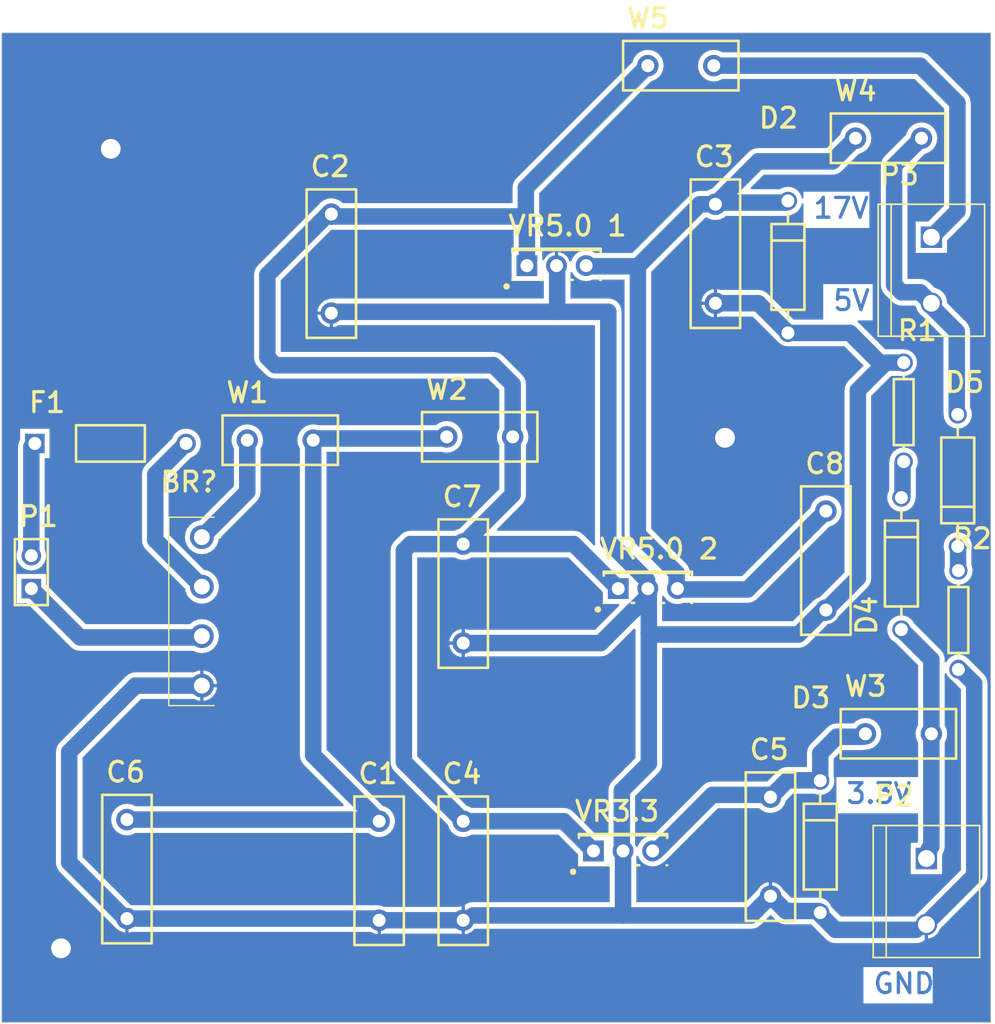
<source format=kicad_pcb>
(kicad_pcb (version 20221018) (generator pcbnew)
  (layers (0 "F.Cu" signal "Top Layer") (31 "B.Cu" signal "Bottom Layer") (34 "B.Paste" user "Bottom Paste") (35 "F.Paste" user "Top Paste") (36 "B.SilkS" user "Bottom Overlay") (37 "F.SilkS" user "Top Overlay") (38 "B.Mask" user "Bottom Solder") (39 "F.Mask" user "Top Solder") (44 "Edge.Cuts" user))
  (net 0 "")
  (net 1 "NetBR?_3")
  (net 2 "NetBR?_2")
  (net 3 "NetBR?_1")
  (net 4 "NetD5_1")
  (net 5 "NetP3_1")
  (net 6 "NetD4_1")
  (net 7 "NetD4_2")
  (net 8 "NetD5_2")
  (net 9 "NetC1_2")
  (net 10 "NetF1_1")
  (net 11 "NetC5_2")
  (net 12 "NetC3_2")
  (net 13 "NetC2_2")
  (net 14 "GND")
  (footprint "KBP206G.IntLib:KBP206G" (layer "F.Cu") (at 125.2767 111.4552 -90)
    (fp_text reference "BR?" (at -9.0678 2.7852 unlocked) (layer "F.SilkS") (effects (font (size 1.524 1.524) (thickness 0.254)) (justify left bottom)))
    (fp_text value "KBP206G" hide)
    (fp_line (start -7.25 2) (end -7.25 -1.5) (stroke (width 0.1)) (layer "F.SilkS"))
    (fp_line (start 7.25 2) (end -7.25 2) (stroke (width 0.1)) (layer "F.SilkS"))
    (fp_line (start 7.25 2) (end 7.25 -1.5) (stroke (width 0.1)) (layer "F.SilkS"))
    (fp_arc (start -5.7 -2) (mid -5.65 -1.95) (end -5.7 -1.9) (stroke (width 0.1)) (layer "F.SilkS"))
    (fp_arc (start -5.7 -1.9) (mid -5.75 -1.95) (end -5.7 -2) (stroke (width 0.1)) (layer "F.SilkS"))
    (pad "1" thru_hole circle (at -5.715 -0.55 270) (size 1.83 1.83) (drill 1.22) (layers "*.Cu" "*.Mask") (net 3 "NetBR?_1"))
    (pad "2" thru_hole circle (at -1.905 -0.55 270) (size 1.83 1.83) (drill 1.22) (layers "*.Cu" "*.Mask") (net 2 "NetBR?_2"))
    (pad "3" thru_hole circle (at 1.905 -0.55 270) (size 1.83 1.83) (drill 1.22) (layers "*.Cu" "*.Mask") (net 1 "NetBR?_3"))
    (pad "4" thru_hole circle (at 5.715 -0.55 270) (size 1.83 1.83) (drill 1.22) (layers "*.Cu" "*.Mask") (net 14 "GND"))
  )
  (footprint "Miscellaneous Connectors.IntLib:HDR1X2" (layer "F.Cu") (at 112.6871 109.70261 90)
    (fp_text reference "P1" (at 4.66089 -1.10489 unlocked) (layer "F.SilkS") (effects (font (size 1.524 1.524) (thickness 0.254)) (justify left bottom)))
    (fp_text value "Header in" hide)
    (fp_line (start -1.26999 -1.27) (end -1.26999 1.27) (stroke (width 0.2)) (layer "F.SilkS"))
    (fp_line (start -1.26999 -1.27) (end 3.81001 -1.27) (stroke (width 0.2)) (layer "F.SilkS"))
    (fp_line (start -1.26999 1.27) (end 3.81001 1.27) (stroke (width 0.2)) (layer "F.SilkS"))
    (fp_line (start 3.81001 -1.27) (end 3.81001 1.27) (stroke (width 0.2)) (layer "F.SilkS"))
    (pad "1" thru_hole rect (at 0.00001 0 90) (size 1.5 1.5) (drill 1) (layers "*.Cu" "*.Mask") (net 1 "NetBR?_3"))
    (pad "2" thru_hole circle (at 2.54001 0 90) (size 1.5 1.5) (drill 1) (layers "*.Cu" "*.Mask") (net 10 "NetF1_1"))
  )
  (footprint "Miscellaneous Devices.IntLib:RAD-0.3" (layer "F.Cu") (at 173.9011 107.5436 90)
    (fp_text reference "C8" (at 6.5659 -1.73989 unlocked) (layer "F.SilkS") (effects (font (size 1.524 1.524) (thickness 0.254)) (justify left bottom)))
    (fp_text value "Cap" hide)
    (fp_line (start -5.715 -1.905) (end -5.715 1.905) (stroke (width 0.2)) (layer "F.SilkS"))
    (fp_line (start -5.715 -1.905) (end 5.715 -1.905) (stroke (width 0.2)) (layer "F.SilkS"))
    (fp_line (start -5.715 1.905) (end 5.715 1.905) (stroke (width 0.2)) (layer "F.SilkS"))
    (fp_line (start 5.715 -1.905) (end 5.715 1.905) (stroke (width 0.2)) (layer "F.SilkS"))
    (pad "1" thru_hole circle (at -3.81 0 90) (size 1.65 1.65) (drill 1) (layers "*.Cu" "*.Mask") (net 14 "GND"))
    (pad "2" thru_hole circle (at 3.81 0 90) (size 1.65 1.65) (drill 1) (layers "*.Cu" "*.Mask") (net 12 "NetC3_2"))
  )
  (footprint "Miscellaneous Devices.IntLib:AXIAL-0.3" (layer "F.Cu") (at 184.1119 112.11885 90)
    (fp_text reference "R2" (at 5.3721 -0.5969 unlocked) (layer "F.SilkS") (effects (font (size 1.524 1.524) (thickness 0.254)) (justify left bottom)))
    (fp_text value "Res1" hide)
    (fp_line (start -2.7686 0) (end -2.54 0) (stroke (width 0.2)) (layer "F.SilkS"))
    (fp_line (start -2.54 -0.762) (end -2.54 0.762) (stroke (width 0.2)) (layer "F.SilkS"))
    (fp_line (start -2.54 -0.762) (end 2.54 -0.762) (stroke (width 0.2)) (layer "F.SilkS"))
    (fp_line (start -2.54 0.762) (end 2.54 0.762) (stroke (width 0.2)) (layer "F.SilkS"))
    (fp_line (start 2.54 -0.762) (end 2.54 0) (stroke (width 0.2)) (layer "F.SilkS"))
    (fp_line (start 2.54 0) (end 2.54 0.762) (stroke (width 0.2)) (layer "F.SilkS"))
    (fp_line (start 2.54 0) (end 2.7686 0) (stroke (width 0.2)) (layer "F.SilkS"))
    (pad "1" thru_hole circle (at -3.81 0 90) (size 1.4 1.4) (drill 1) (layers "*.Cu" "*.Mask") (net 14 "GND"))
    (pad "2" thru_hole circle (at 3.81 0 90) (size 1.4 1.4) (drill 1) (layers "*.Cu" "*.Mask") (net 8 "NetD5_2"))
  )
  (footprint "Miscellaneous Devices.IntLib:RAD-0.3" (layer "F.Cu") (at 165.3921 83.9216 90)
    (fp_text reference "C3" (at 6.5786 -1.7526 unlocked) (layer "F.SilkS") (effects (font (size 1.524 1.524) (thickness 0.254)) (justify left bottom)))
    (fp_text value "Cap" hide)
    (fp_line (start -5.715 -1.905) (end -5.715 1.905) (stroke (width 0.2)) (layer "F.SilkS"))
    (fp_line (start -5.715 -1.905) (end 5.715 -1.905) (stroke (width 0.2)) (layer "F.SilkS"))
    (fp_line (start -5.715 1.905) (end 5.715 1.905) (stroke (width 0.2)) (layer "F.SilkS"))
    (fp_line (start 5.715 -1.905) (end 5.715 1.905) (stroke (width 0.2)) (layer "F.SilkS"))
    (pad "1" thru_hole circle (at -3.81 0 90) (size 1.65 1.65) (drill 1) (layers "*.Cu" "*.Mask") (net 14 "GND"))
    (pad "2" thru_hole circle (at 3.81 0 90) (size 1.65 1.65) (drill 1) (layers "*.Cu" "*.Mask") (net 12 "NetC3_2"))
  )
  (footprint "Miscellaneous Devices.IntLib:RAD-0.2" (layer "F.Cu") (at 147.2311 98.0186)
    (fp_text reference "W2" (at -4.2926 -2.7686 unlocked) (layer "F.SilkS") (effects (font (size 1.524 1.524) (thickness 0.254)) (justify left bottom)))
    (fp_text value "Jumper" hide)
    (fp_line (start -4.445 -1.905) (end 4.445 -1.905) (stroke (width 0.2)) (layer "F.SilkS"))
    (fp_line (start -4.445 1.905) (end -4.445 -1.905) (stroke (width 0.2)) (layer "F.SilkS"))
    (fp_line (start -4.445 1.905) (end 4.445 1.905) (stroke (width 0.2)) (layer "F.SilkS"))
    (fp_line (start 4.445 1.905) (end 4.445 -1.905) (stroke (width 0.2)) (layer "F.SilkS"))
    (pad "1" thru_hole circle (at -2.54 0) (size 1.65 1.65) (drill 1) (layers "*.Cu" "*.Mask") (net 9 "NetC1_2"))
    (pad "2" thru_hole circle (at 2.54 0) (size 1.65 1.65) (drill 1) (layers "*.Cu" "*.Mask") (net 13 "NetC2_2"))
  )
  (footprint "Miscellaneous Devices.IntLib:RAD-0.2" (layer "F.Cu") (at 131.8641 98.2726)
    (fp_text reference "W1" (at -4.2926 -2.7686 unlocked) (layer "F.SilkS") (effects (font (size 1.524 1.524) (thickness 0.254)) (justify left bottom)))
    (fp_text value "Jumper" hide)
    (fp_line (start -4.445 -1.905) (end 4.445 -1.905) (stroke (width 0.2)) (layer "F.SilkS"))
    (fp_line (start -4.445 1.905) (end -4.445 -1.905) (stroke (width 0.2)) (layer "F.SilkS"))
    (fp_line (start -4.445 1.905) (end 4.445 1.905) (stroke (width 0.2)) (layer "F.SilkS"))
    (fp_line (start 4.445 1.905) (end 4.445 -1.905) (stroke (width 0.2)) (layer "F.SilkS"))
    (pad "1" thru_hole circle (at -2.54 0) (size 1.65 1.65) (drill 1) (layers "*.Cu" "*.Mask") (net 3 "NetBR?_1"))
    (pad "2" thru_hole circle (at 2.54 0) (size 1.65 1.65) (drill 1) (layers "*.Cu" "*.Mask") (net 9 "NetC1_2"))
  )
  (footprint "Miscellaneous Devices.IntLib:RAD-0.3" (layer "F.Cu") (at 135.8011 84.6836 90)
    (fp_text reference "C2" (at 6.5786 -1.7526 unlocked) (layer "F.SilkS") (effects (font (size 1.524 1.524) (thickness 0.254)) (justify left bottom)))
    (fp_text value "Cap" hide)
    (fp_line (start -5.715 -1.905) (end -5.715 1.905) (stroke (width 0.2)) (layer "F.SilkS"))
    (fp_line (start -5.715 -1.905) (end 5.715 -1.905) (stroke (width 0.2)) (layer "F.SilkS"))
    (fp_line (start -5.715 1.905) (end 5.715 1.905) (stroke (width 0.2)) (layer "F.SilkS"))
    (fp_line (start 5.715 -1.905) (end 5.715 1.905) (stroke (width 0.2)) (layer "F.SilkS"))
    (pad "1" thru_hole circle (at -3.81 0 90) (size 1.65 1.65) (drill 1) (layers "*.Cu" "*.Mask") (net 14 "GND"))
    (pad "2" thru_hole circle (at 3.81 0 90) (size 1.65 1.65) (drill 1) (layers "*.Cu" "*.Mask") (net 13 "NetC2_2"))
  )
  (footprint "Miscellaneous Devices.IntLib:RAD-0.3" (layer "F.Cu") (at 169.6339 129.5654 90)
    (fp_text reference "C5" (at 6.5786 -1.7526 unlocked) (layer "F.SilkS") (effects (font (size 1.524 1.524) (thickness 0.254)) (justify left bottom)))
    (fp_text value "Cap" hide)
    (fp_line (start -5.715 -1.905) (end -5.715 1.905) (stroke (width 0.2)) (layer "F.SilkS"))
    (fp_line (start -5.715 -1.905) (end 5.715 -1.905) (stroke (width 0.2)) (layer "F.SilkS"))
    (fp_line (start -5.715 1.905) (end 5.715 1.905) (stroke (width 0.2)) (layer "F.SilkS"))
    (fp_line (start 5.715 -1.905) (end 5.715 1.905) (stroke (width 0.2)) (layer "F.SilkS"))
    (pad "1" thru_hole circle (at -3.81 0 90) (size 1.65 1.65) (drill 1) (layers "*.Cu" "*.Mask") (net 14 "GND"))
    (pad "2" thru_hole circle (at 3.81 0 90) (size 1.65 1.65) (drill 1) (layers "*.Cu" "*.Mask") (net 11 "NetC5_2"))
  )
  (footprint "282837-2.IntLib:TE_282837-2" (layer "F.Cu") (at 181.6481 133.0198 -90)
    (fp_text reference "P2" (at -6.4516 4.1148 unlocked) (layer "F.SilkS") (effects (font (size 1.524 1.524) (thickness 0.254)) (justify left bottom)))
    (fp_text value "Header out" hide)
    (fp_line (start -5.08 3.10002) (end -5.08 -4.10002) (stroke (width 0.127)) (layer "F.SilkS"))
    (fp_line (start -5.08 4.10002) (end -5.08 3.10002) (stroke (width 0.127)) (layer "F.SilkS"))
    (fp_line (start 5.08 -4.10002) (end -5.08 -4.10002) (stroke (width 0.127)) (layer "F.SilkS"))
    (fp_line (start 5.08 3.10002) (end -5.08 3.10002) (stroke (width 0.127)) (layer "F.SilkS"))
    (fp_line (start 5.08 3.10002) (end 5.08 -4.10002) (stroke (width 0.127)) (layer "F.SilkS"))
    (fp_line (start 5.08 4.10002) (end -5.08 4.10002) (stroke (width 0.127)) (layer "F.SilkS"))
    (fp_line (start 5.08 4.10002) (end 5.08 3.10002) (stroke (width 0.127)) (layer "F.SilkS"))
    (pad "1" thru_hole rect (at -2.54 0 270) (size 1.65 1.65) (drill 1.2954) (layers "*.Cu" "*.Mask") (net 6 "NetD4_1"))
    (pad "2" thru_hole circle (at 2.54 0 270) (size 1.65 1.65) (drill 1.2954) (layers "*.Cu" "*.Mask") (net 14 "GND"))
  )
  (footprint "" (layer "F.Cu") (at 166.1287 98.0948)
    (fp_text reference "" (at 0 0) (layer "F.SilkS") (effects (font (size 1.27 1.27))))
    (fp_text value "" (at 0 0) (layer "F.SilkS") (effects (font (size 1.27 1.27))))
    (pad "4" thru_hole circle (at 0 0) (size 1.524 1.524) (drill 4.49999) (layers "*.Cu" "*.Mask") (net 14 "GND"))
  )
  (footprint "Miscellaneous Devices.IntLib:DIODE-0.4" (layer "F.Cu") (at 173.4693 129.5654 90)
    (fp_text reference "D3" (at 10.5664 -2.3876 unlocked) (layer "F.SilkS") (effects (font (size 1.524 1.524) (thickness 0.254)) (justify left bottom)))
    (fp_text value "D Zener" hide)
    (fp_line (start -4.064 0) (end -3.302 0) (stroke (width 0.2)) (layer "F.SilkS"))
    (fp_line (start -3.302 -1.27) (end -3.302 1.27) (stroke (width 0.2)) (layer "F.SilkS"))
    (fp_line (start -3.302 -1.27) (end 3.302 -1.27) (stroke (width 0.2)) (layer "F.SilkS"))
    (fp_line (start -3.302 1.27) (end 3.302 1.27) (stroke (width 0.2)) (layer "F.SilkS"))
    (fp_line (start 2.032 -1.27) (end 2.032 1.27) (stroke (width 0.2)) (layer "F.SilkS"))
    (fp_line (start 3.302 -1.27) (end 3.302 1.27) (stroke (width 0.2)) (layer "F.SilkS"))
    (fp_line (start 3.302 0) (end 4.064 0) (stroke (width 0.2)) (layer "F.SilkS"))
    (pad "1" thru_hole circle (at -5.08 0 90) (size 1.4 1.4) (drill 1) (layers "*.Cu" "*.Mask") (net 14 "GND"))
    (pad "2" thru_hole circle (at 5.08 0 90) (size 1.4 1.4) (drill 1) (layers "*.Cu" "*.Mask") (net 11 "NetC5_2"))
  )
  (footprint "Miscellaneous Devices.IntLib:RAD-0.2" (layer "F.Cu") (at 178.7271 75.0316)
    (fp_text reference "W4" (at -4.2926 -2.7686 unlocked) (layer "F.SilkS") (effects (font (size 1.524 1.524) (thickness 0.254)) (justify left bottom)))
    (fp_text value "Jumper" hide)
    (fp_line (start -4.445 -1.905) (end 4.445 -1.905) (stroke (width 0.2)) (layer "F.SilkS"))
    (fp_line (start -4.445 1.905) (end -4.445 -1.905) (stroke (width 0.2)) (layer "F.SilkS"))
    (fp_line (start -4.445 1.905) (end 4.445 1.905) (stroke (width 0.2)) (layer "F.SilkS"))
    (fp_line (start 4.445 1.905) (end 4.445 -1.905) (stroke (width 0.2)) (layer "F.SilkS"))
    (pad "1" thru_hole circle (at -2.54 0) (size 1.65 1.65) (drill 1) (layers "*.Cu" "*.Mask") (net 12 "NetC3_2"))
    (pad "2" thru_hole circle (at 2.54 0) (size 1.65 1.65) (drill 1) (layers "*.Cu" "*.Mask") (net 4 "NetD5_1"))
  )
  (footprint "Miscellaneous Devices.IntLib:RAD-0.3" (layer "F.Cu") (at 139.4841 131.4196 90)
    (fp_text reference "C1" (at 6.57858 -1.75259 unlocked) (layer "F.SilkS") (effects (font (size 1.524 1.524) (thickness 0.254)) (justify left bottom)))
    (fp_text value "Cap" hide)
    (fp_line (start -5.71498 -1.905) (end -5.71498 1.905) (stroke (width 0.2)) (layer "F.SilkS"))
    (fp_line (start -5.71498 -1.905) (end 5.71502 -1.905) (stroke (width 0.2)) (layer "F.SilkS"))
    (fp_line (start -5.71498 1.905) (end 5.71502 1.905) (stroke (width 0.2)) (layer "F.SilkS"))
    (fp_line (start 5.71502 -1.905) (end 5.71502 1.905) (stroke (width 0.2)) (layer "F.SilkS"))
    (pad "1" thru_hole circle (at -3.80998 0 90) (size 1.65 1.65) (drill 1) (layers "*.Cu" "*.Mask") (net 14 "GND"))
    (pad "2" thru_hole circle (at 3.81002 0 90) (size 1.65 1.65) (drill 1) (layers "*.Cu" "*.Mask") (net 9 "NetC1_2"))
  )
  (footprint "Miscellaneous Devices.IntLib:AXIAL-0.3" (layer "F.Cu") (at 179.8955 96.1136 -90)
    (fp_text reference "R1" (at -5.3848 0.6096 unlocked) (layer "F.SilkS") (effects (font (size 1.524 1.524) (thickness 0.254)) (justify left bottom)))
    (fp_text value "Res1" hide)
    (fp_line (start -2.54 0) (end -2.7686 0) (stroke (width 0.2)) (layer "F.SilkS"))
    (fp_line (start -2.54 0.762) (end -2.54 -0.762) (stroke (width 0.2)) (layer "F.SilkS"))
    (fp_line (start 2.54 -0.762) (end -2.54 -0.762) (stroke (width 0.2)) (layer "F.SilkS"))
    (fp_line (start 2.54 0) (end 2.54 -0.762) (stroke (width 0.2)) (layer "F.SilkS"))
    (fp_line (start 2.54 0.762) (end -2.54 0.762) (stroke (width 0.2)) (layer "F.SilkS"))
    (fp_line (start 2.54 0.762) (end 2.54 0) (stroke (width 0.2)) (layer "F.SilkS"))
    (fp_line (start 2.7686 0) (end 2.54 0) (stroke (width 0.2)) (layer "F.SilkS"))
    (pad "1" thru_hole circle (at -3.81 0 270) (size 1.4 1.4) (drill 1) (layers "*.Cu" "*.Mask") (net 14 "GND"))
    (pad "2" thru_hole circle (at 3.81 0 270) (size 1.4 1.4) (drill 1) (layers "*.Cu" "*.Mask") (net 7 "NetD4_2"))
  )
  (footprint "" (layer "F.Cu") (at 118.8085 75.8444)
    (fp_text reference "" (at 0 0) (layer "F.SilkS") (effects (font (size 1.27 1.27))))
    (fp_text value "" (at 0 0) (layer "F.SilkS") (effects (font (size 1.27 1.27))))
    (pad "2" thru_hole circle (at 0 0) (size 1.524 1.524) (drill 4.49999) (layers "*.Cu" "*.Mask") (net 14 "GND"))
  )
  (footprint "Miscellaneous Devices.IntLib:RAD-0.3" (layer "F.Cu") (at 145.9611 131.4196 90)
    (fp_text reference "C4" (at 6.5786 -1.75259 unlocked) (layer "F.SilkS") (effects (font (size 1.524 1.524) (thickness 0.254)) (justify left bottom)))
    (fp_text value "Cap" hide)
    (fp_line (start -5.71501 -1.905) (end -5.71501 1.905) (stroke (width 0.2)) (layer "F.SilkS"))
    (fp_line (start -5.71501 -1.905) (end 5.71499 -1.905) (stroke (width 0.2)) (layer "F.SilkS"))
    (fp_line (start -5.71501 1.905) (end 5.71499 1.905) (stroke (width 0.2)) (layer "F.SilkS"))
    (fp_line (start 5.71499 -1.905) (end 5.71499 1.905) (stroke (width 0.2)) (layer "F.SilkS"))
    (pad "1" thru_hole circle (at -3.81001 0 90) (size 1.65 1.65) (drill 1) (layers "*.Cu" "*.Mask") (net 14 "GND"))
    (pad "2" thru_hole circle (at 3.80999 0 90) (size 1.65 1.65) (drill 1) (layers "*.Cu" "*.Mask") (net 13 "NetC2_2"))
  )
  (footprint "Miscellaneous Devices.IntLib:RAD-0.2" (layer "F.Cu") (at 179.4891 120.8786)
    (fp_text reference "W3" (at -4.2926 -2.7686 unlocked) (layer "F.SilkS") (effects (font (size 1.524 1.524) (thickness 0.254)) (justify left bottom)))
    (fp_text value "Jumper" hide)
    (fp_line (start -4.445 -1.905) (end 4.445 -1.905) (stroke (width 0.2)) (layer "F.SilkS"))
    (fp_line (start -4.445 1.905) (end -4.445 -1.905) (stroke (width 0.2)) (layer "F.SilkS"))
    (fp_line (start -4.445 1.905) (end 4.445 1.905) (stroke (width 0.2)) (layer "F.SilkS"))
    (fp_line (start 4.445 1.905) (end 4.445 -1.905) (stroke (width 0.2)) (layer "F.SilkS"))
    (pad "1" thru_hole circle (at -2.54 0) (size 1.65 1.65) (drill 1) (layers "*.Cu" "*.Mask") (net 11 "NetC5_2"))
    (pad "2" thru_hole circle (at 2.54 0) (size 1.65 1.65) (drill 1) (layers "*.Cu" "*.Mask") (net 6 "NetD4_1"))
  )
  (footprint "Miscellaneous Devices.IntLib:369-03" (layer "F.Cu") (at 153.14931 84.83599)
    (fp_text reference "VR5.0 1" (at -3.85479 -2.159 unlocked) (layer "F.SilkS") (effects (font (size 1.524 1.524) (thickness 0.254)) (justify left bottom)))
    (fp_text value "Volt Reg" hide)
    (fp_line (start -3.39998 -1.30002) (end 3.40001 -1.30002) (stroke (width 0.2)) (layer "F.SilkS"))
    (fp_line (start -3.39998 -1.21) (end 3.40001 -1.21) (stroke (width 0.2)) (layer "F.SilkS"))
    (fp_line (start -3.39998 -1) (end -3.39998 -1.30002) (stroke (width 0.2)) (layer "F.SilkS"))
    (fp_line (start -3.39998 1.10003) (end -3.34999 1.10003) (stroke (width 0.2)) (layer "F.SilkS"))
    (fp_line (start -1.25002 1.10003) (end -1.05002 1.10003) (stroke (width 0.2)) (layer "F.SilkS"))
    (fp_line (start 1.05 1.10003) (end 1.25 1.10003) (stroke (width 0.2)) (layer "F.SilkS"))
    (fp_line (start 3.35002 1.10003) (end 3.40001 1.10003) (stroke (width 0.2)) (layer "F.SilkS"))
    (fp_line (start 3.40001 -1) (end 3.40001 -1.30002) (stroke (width 0.2)) (layer "F.SilkS"))
    (fp_circle (center -3.85 1.6) (end -3.85 1.475) (stroke (width 0.25)) (fill none) (layer "F.SilkS"))
    (pad "1" thru_hole rect (at -2.27999 0) (size 1.6 1.6) (drill 1) (layers "*.Cu" "*.Mask") (net 13 "NetC2_2"))
    (pad "2" thru_hole circle (at 0.00001 0) (size 1.6 1.6) (drill 1) (layers "*.Cu" "*.Mask") (net 14 "GND"))
    (pad "3" thru_hole circle (at 2.28002 0) (size 1.6 1.6) (drill 1) (layers "*.Cu" "*.Mask") (net 12 "NetC3_2"))
  )
  (footprint "Miscellaneous Devices.IntLib:DIODE-0.4" (layer "F.Cu") (at 170.9801 84.9376 90)
    (fp_text reference "D2" (at 10.5664 -2.3876 unlocked) (layer "F.SilkS") (effects (font (size 1.524 1.524) (thickness 0.254)) (justify left bottom)))
    (fp_text value "D Zener" hide)
    (fp_line (start -4.064 0) (end -3.302 0) (stroke (width 0.2)) (layer "F.SilkS"))
    (fp_line (start -3.302 -1.27) (end -3.302 1.27) (stroke (width 0.2)) (layer "F.SilkS"))
    (fp_line (start -3.302 -1.27) (end 3.302 -1.27) (stroke (width 0.2)) (layer "F.SilkS"))
    (fp_line (start -3.302 1.27) (end 3.302 1.27) (stroke (width 0.2)) (layer "F.SilkS"))
    (fp_line (start 2.032 -1.27) (end 2.032 1.27) (stroke (width 0.2)) (layer "F.SilkS"))
    (fp_line (start 3.302 -1.27) (end 3.302 1.27) (stroke (width 0.2)) (layer "F.SilkS"))
    (fp_line (start 3.302 0) (end 4.064 0) (stroke (width 0.2)) (layer "F.SilkS"))
    (pad "1" thru_hole circle (at -5.08 0 90) (size 1.4 1.4) (drill 1) (layers "*.Cu" "*.Mask") (net 14 "GND"))
    (pad "2" thru_hole circle (at 5.08 0 90) (size 1.4 1.4) (drill 1) (layers "*.Cu" "*.Mask") (net 12 "NetC3_2"))
  )
  (footprint "Miscellaneous Devices.IntLib:DIODE-0.4" (layer "F.Cu") (at 184.0611 101.3714 -90)
    (fp_text reference "D5" (at -6.6548 1.1176 unlocked) (layer "F.SilkS") (effects (font (size 1.524 1.524) (thickness 0.254)) (justify left bottom)))
    (fp_text value "Diode" hide)
    (fp_line (start -3.302 0) (end -4.064 0) (stroke (width 0.2)) (layer "F.SilkS"))
    (fp_line (start -3.302 1.27) (end -3.302 -1.27) (stroke (width 0.2)) (layer "F.SilkS"))
    (fp_line (start 2.032 1.27) (end 2.032 -1.27) (stroke (width 0.2)) (layer "F.SilkS"))
    (fp_line (start 3.302 -1.27) (end -3.302 -1.27) (stroke (width 0.2)) (layer "F.SilkS"))
    (fp_line (start 3.302 1.27) (end -3.302 1.27) (stroke (width 0.2)) (layer "F.SilkS"))
    (fp_line (start 3.302 1.27) (end 3.302 -1.27) (stroke (width 0.2)) (layer "F.SilkS"))
    (fp_line (start 4.064 0) (end 3.302 0) (stroke (width 0.2)) (layer "F.SilkS"))
    (pad "1" thru_hole circle (at -5.08 0 270) (size 1.4 1.4) (drill 1) (layers "*.Cu" "*.Mask") (net 4 "NetD5_1"))
    (pad "2" thru_hole circle (at 5.08 0 270) (size 1.4 1.4) (drill 1) (layers "*.Cu" "*.Mask") (net 8 "NetD5_2"))
  )
  (footprint "" (layer "F.Cu") (at 114.9731 137.3886)
    (fp_text reference "" (at 0 0) (layer "F.SilkS") (effects (font (size 1.27 1.27))))
    (fp_text value "" (at 0 0) (layer "F.SilkS") (effects (font (size 1.27 1.27))))
    (pad "3" thru_hole circle (at 0 0) (size 1.524 1.524) (drill 4.49999) (layers "*.Cu" "*.Mask") (net 14 "GND"))
  )
  (footprint "Miscellaneous Devices.IntLib:PIN-W2/E2.8" (layer "F.Cu") (at 118.7831 98.5266)
    (fp_text reference "F1" (at -6.4262 -2.2606 unlocked) (layer "F.SilkS") (effects (font (size 1.524 1.524) (thickness 0.254)) (justify left bottom)))
    (fp_text value "Fuse 1" hide)
    (fp_line (start -2.64998 -1.4) (end 2.64998 -1.4) (stroke (width 0.2)) (layer "F.SilkS"))
    (fp_line (start -2.64998 1.4) (end -2.64998 -1.4) (stroke (width 0.2)) (layer "F.SilkS"))
    (fp_line (start -2.64998 1.4) (end 2.64998 1.4) (stroke (width 0.2)) (layer "F.SilkS"))
    (fp_line (start 2.64998 1.4) (end 2.64998 -1.4) (stroke (width 0.2)) (layer "F.SilkS"))
    (pad "1" thru_hole rect (at -5.82498 0) (size 1.5 1.5) (drill 1) (layers "*.Cu" "*.Mask") (net 10 "NetF1_1"))
    (pad "2" thru_hole circle (at 5.82498 0) (size 1.5 1.5) (drill 1) (layers "*.Cu" "*.Mask") (net 2 "NetBR?_2"))
  )
  (footprint "Miscellaneous Devices.IntLib:RAD-0.3" (layer "F.Cu") (at 145.9611 110.0836 90)
    (fp_text reference "C7" (at 6.5659 -1.7399 unlocked) (layer "F.SilkS") (effects (font (size 1.524 1.524) (thickness 0.254)) (justify left bottom)))
    (fp_text value "Cap" hide)
    (fp_line (start -5.715 -1.905) (end -5.715 1.905) (stroke (width 0.2)) (layer "F.SilkS"))
    (fp_line (start -5.715 -1.905) (end 5.715 -1.905) (stroke (width 0.2)) (layer "F.SilkS"))
    (fp_line (start -5.715 1.905) (end 5.715 1.905) (stroke (width 0.2)) (layer "F.SilkS"))
    (fp_line (start 5.715 -1.905) (end 5.715 1.905) (stroke (width 0.2)) (layer "F.SilkS"))
    (pad "1" thru_hole circle (at -3.81 0 90) (size 1.65 1.65) (drill 1) (layers "*.Cu" "*.Mask") (net 14 "GND"))
    (pad "2" thru_hole circle (at 3.81 0 90) (size 1.65 1.65) (drill 1) (layers "*.Cu" "*.Mask") (net 13 "NetC2_2"))
  )
  (footprint "Miscellaneous Devices.IntLib:DIODE-0.4" (layer "F.Cu") (at 179.7177 107.7722 90)
    (fp_text reference "D4" (at -5.63839 -1.77825 90 unlocked) (layer "F.SilkS") (effects (font (size 1.524 1.524) (thickness 0.254)) (justify left bottom)))
    (fp_text value "Diode" hide)
    (fp_line (start -4.064 0) (end -3.302 0) (stroke (width 0.2)) (layer "F.SilkS"))
    (fp_line (start -3.302 -1.27) (end -3.302 1.27) (stroke (width 0.2)) (layer "F.SilkS"))
    (fp_line (start -3.302 -1.27) (end 3.302 -1.27) (stroke (width 0.2)) (layer "F.SilkS"))
    (fp_line (start -3.302 1.27) (end 3.302 1.27) (stroke (width 0.2)) (layer "F.SilkS"))
    (fp_line (start 2.032 -1.27) (end 2.032 1.27) (stroke (width 0.2)) (layer "F.SilkS"))
    (fp_line (start 3.302 -1.27) (end 3.302 1.27) (stroke (width 0.2)) (layer "F.SilkS"))
    (fp_line (start 3.302 0) (end 4.064 0) (stroke (width 0.2)) (layer "F.SilkS"))
    (pad "1" thru_hole circle (at -5.08 0 90) (size 1.4 1.4) (drill 1) (layers "*.Cu" "*.Mask") (net 6 "NetD4_1"))
    (pad "2" thru_hole circle (at 5.08 0 90) (size 1.4 1.4) (drill 1) (layers "*.Cu" "*.Mask") (net 7 "NetD4_2"))
  )
  (footprint "Miscellaneous Devices.IntLib:RAD-0.2" (layer "F.Cu") (at 162.7251 69.4436)
    (fp_text reference "W5" (at -4.2926 -2.7686 unlocked) (layer "F.SilkS") (effects (font (size 1.524 1.524) (thickness 0.254)) (justify left bottom)))
    (fp_text value "Jumper" hide)
    (fp_line (start -4.445 -1.905) (end 4.445 -1.905) (stroke (width 0.2)) (layer "F.SilkS"))
    (fp_line (start -4.445 1.905) (end -4.445 -1.905) (stroke (width 0.2)) (layer "F.SilkS"))
    (fp_line (start -4.445 1.905) (end 4.445 1.905) (stroke (width 0.2)) (layer "F.SilkS"))
    (fp_line (start 4.445 1.905) (end 4.445 -1.905) (stroke (width 0.2)) (layer "F.SilkS"))
    (pad "1" thru_hole circle (at -2.54 0) (size 1.65 1.65) (drill 1) (layers "*.Cu" "*.Mask") (net 13 "NetC2_2"))
    (pad "2" thru_hole circle (at 2.54 0) (size 1.65 1.65) (drill 1) (layers "*.Cu" "*.Mask") (net 5 "NetP3_1"))
  )
  (footprint "282837-2.IntLib:TE_282837-2" (layer "F.Cu") (at 182.0291 85.1916 -90)
    (fp_text reference "P3" (at -6.4516 4.1148 unlocked) (layer "F.SilkS") (effects (font (size 1.524 1.524) (thickness 0.254)) (justify left bottom)))
    (fp_text value "282837-2" hide)
    (fp_line (start -5.08 3.10002) (end -5.08 -4.10002) (stroke (width 0.127)) (layer "F.SilkS"))
    (fp_line (start -5.08 4.10002) (end -5.08 3.10002) (stroke (width 0.127)) (layer "F.SilkS"))
    (fp_line (start 5.08 -4.10002) (end -5.08 -4.10002) (stroke (width 0.127)) (layer "F.SilkS"))
    (fp_line (start 5.08 3.10002) (end -5.08 3.10002) (stroke (width 0.127)) (layer "F.SilkS"))
    (fp_line (start 5.08 3.10002) (end 5.08 -4.10002) (stroke (width 0.127)) (layer "F.SilkS"))
    (fp_line (start 5.08 4.10002) (end -5.08 4.10002) (stroke (width 0.127)) (layer "F.SilkS"))
    (fp_line (start 5.08 4.10002) (end 5.08 3.10002) (stroke (width 0.127)) (layer "F.SilkS"))
    (pad "1" thru_hole rect (at -2.54 0 270) (size 1.65 1.65) (drill 1.2954) (layers "*.Cu" "*.Mask") (net 5 "NetP3_1"))
    (pad "2" thru_hole circle (at 2.54 0 270) (size 1.65 1.65) (drill 1.2954) (layers "*.Cu" "*.Mask") (net 4 "NetD5_1"))
  )
  (footprint "Miscellaneous Devices.IntLib:369-03" (layer "F.Cu") (at 160.1851 109.7026)
    (fp_text reference "VR5.0 2" (at -3.8354 -2.159 unlocked) (layer "F.SilkS") (effects (font (size 1.524 1.524) (thickness 0.254)) (justify left bottom)))
    (fp_text value "Volt Reg" hide)
    (fp_line (start -3.4 -1.3) (end 3.4 -1.3) (stroke (width 0.2)) (layer "F.SilkS"))
    (fp_line (start -3.4 -1.21) (end 3.4 -1.21) (stroke (width 0.2)) (layer "F.SilkS"))
    (fp_line (start -3.4 -1) (end -3.4 -1.3) (stroke (width 0.2)) (layer "F.SilkS"))
    (fp_line (start -3.4 1.1) (end -3.35 1.1) (stroke (width 0.2)) (layer "F.SilkS"))
    (fp_line (start -1.25 1.1) (end -1.05 1.1) (stroke (width 0.2)) (layer "F.SilkS"))
    (fp_line (start 1.05 1.1) (end 1.25 1.1) (stroke (width 0.2)) (layer "F.SilkS"))
    (fp_line (start 3.35 1.1) (end 3.4 1.1) (stroke (width 0.2)) (layer "F.SilkS"))
    (fp_line (start 3.4 -1) (end 3.4 -1.3) (stroke (width 0.2)) (layer "F.SilkS"))
    (fp_circle (center -3.85 1.6) (end -3.85 1.475) (stroke (width 0.25)) (fill none) (layer "F.SilkS"))
    (pad "1" thru_hole rect (at -2.28 0) (size 1.6 1.6) (drill 1) (layers "*.Cu" "*.Mask") (net 13 "NetC2_2"))
    (pad "2" thru_hole circle (at 0 0) (size 1.6 1.6) (drill 1) (layers "*.Cu" "*.Mask") (net 14 "GND"))
    (pad "3" thru_hole circle (at 2.28 0) (size 1.6 1.6) (drill 1) (layers "*.Cu" "*.Mask") (net 12 "NetC3_2"))
  )
  (footprint "Miscellaneous Devices.IntLib:RAD-0.3" (layer "F.Cu") (at 120.0531 131.2926 90)
    (fp_text reference "C6" (at 6.5786 -1.7526 unlocked) (layer "F.SilkS") (effects (font (size 1.524 1.524) (thickness 0.254)) (justify left bottom)))
    (fp_text value "Cap" hide)
    (fp_line (start -5.715 -1.905) (end -5.715 1.905) (stroke (width 0.2)) (layer "F.SilkS"))
    (fp_line (start -5.715 -1.905) (end 5.715 -1.905) (stroke (width 0.2)) (layer "F.SilkS"))
    (fp_line (start -5.715 1.905) (end 5.715 1.905) (stroke (width 0.2)) (layer "F.SilkS"))
    (fp_line (start 5.715 -1.905) (end 5.715 1.905) (stroke (width 0.2)) (layer "F.SilkS"))
    (pad "1" thru_hole circle (at -3.81 0 90) (size 1.65 1.65) (drill 1) (layers "*.Cu" "*.Mask") (net 14 "GND"))
    (pad "2" thru_hole circle (at 3.81 0 90) (size 1.65 1.65) (drill 1) (layers "*.Cu" "*.Mask") (net 9 "NetC1_2"))
  )
  (footprint "Miscellaneous Devices.IntLib:369-03" (layer "F.Cu") (at 158.27409 129.8956)
    (fp_text reference "VR3.3" (at -3.85482 -2.159 unlocked) (layer "F.SilkS") (effects (font (size 1.524 1.524) (thickness 0.254)) (justify left bottom)))
    (fp_text value "Volt Reg" hide)
    (fp_line (start -3.39998 -1.29997) (end 3.40001 -1.29997) (stroke (width 0.2)) (layer "F.SilkS"))
    (fp_line (start -3.39998 -1.21001) (end 3.40001 -1.21001) (stroke (width 0.2)) (layer "F.SilkS"))
    (fp_line (start -3.39998 -1) (end -3.39998 -1.29997) (stroke (width 0.2)) (layer "F.SilkS"))
    (fp_line (start -3.39998 1.10002) (end -3.34999 1.10002) (stroke (width 0.2)) (layer "F.SilkS"))
    (fp_line (start -1.25002 1.10002) (end -1.05002 1.10002) (stroke (width 0.2)) (layer "F.SilkS"))
    (fp_line (start 1.05 1.10002) (end 1.25 1.10002) (stroke (width 0.2)) (layer "F.SilkS"))
    (fp_line (start 3.35002 1.10002) (end 3.40001 1.10002) (stroke (width 0.2)) (layer "F.SilkS"))
    (fp_line (start 3.40001 -1) (end 3.40001 -1.30002) (stroke (width 0.2)) (layer "F.SilkS"))
    (fp_circle (center -3.85 1.6) (end -3.85 1.475) (stroke (width 0.25)) (fill none) (layer "F.SilkS"))
    (pad "1" thru_hole rect (at -2.27999 0) (size 1.6 1.6) (drill 1) (layers "*.Cu" "*.Mask") (net 13 "NetC2_2"))
    (pad "2" thru_hole circle (at 0.00002 0) (size 1.6 1.6) (drill 1) (layers "*.Cu" "*.Mask") (net 14 "GND"))
    (pad "3" thru_hole circle (at 2.28002 0) (size 1.6 1.6) (drill 1) (layers "*.Cu" "*.Mask") (net 11 "NetC5_2"))
  )
  (gr_line (start 110.4011 66.9036) (end 110.4011 143.1036) (stroke (width 0.05)) (layer "Edge.Cuts"))
  (gr_line (start 110.4011 143.1036) (end 186.6011 143.1036) (stroke (width 0.05)) (layer "Edge.Cuts"))
  (gr_line (start 186.6011 66.9036) (end 110.4011 66.9036) (stroke (width 0.05)) (layer "Edge.Cuts"))
  (gr_line (start 186.6011 143.1036) (end 186.6011 66.9036) (stroke (width 0.05)) (layer "Edge.Cuts"))
  (gr_text "17V" (at 172.8089 81.3054) (layer "B.Cu") (effects (font (size 1.524 1.524) (thickness 0.254)) (justify left bottom)))
  (gr_text "GND" (at 177.4317 140.9954) (layer "B.Cu") (effects (font (size 1.524 1.524) (thickness 0.254)) (justify left bottom)))
  (gr_text "3.3V" (at 175.3489 126.365) (layer "B.Cu") (effects (font (size 1.524 1.524) (thickness 0.254)) (justify left bottom)))
  (gr_text "5V" (at 174.3329 88.4174) (layer "B.Cu") (effects (font (size 1.524 1.524) (thickness 0.254)) (justify left bottom)))
  (segment (start 125.7251 113.4618) (end 125.8267 113.3602) (width 0.254) (layer "B.Cu") (net 1))
  (segment (start 116.4463 113.4618) (end 125.7251 113.4618) (width 1.27) (layer "B.Cu") (net 1))
  (segment (start 112.6871 109.7026) (end 116.4463 113.4618) (width 1.27) (layer "B.Cu") (net 1))
  (segment (start 122.2375 105.961) (end 125.8267 109.5502) (width 1.27) (layer "B.Cu") (net 2))
  (segment (start 122.2375 100.89718) (end 124.60808 98.5266) (width 1.27) (layer "B.Cu") (net 2))
  (segment (start 122.2375 105.961) (end 122.2375 100.89718) (width 1.27) (layer "B.Cu") (net 2))
  (segment (start 129.3241 102.2428) (end 129.3241 98.2726) (width 1.27) (layer "B.Cu") (net 3))
  (segment (start 125.8267 105.7402) (end 129.3241 102.2428) (width 1.27) (layer "B.Cu") (net 3))
  (segment (start 182.00947 87.7316) (end 182.0291 87.7316) (width 0.254) (layer "B.Cu") (net 4))
  (segment (start 182.0291 87.9602) (end 182.0291 87.7316) (width 0.254) (layer "B.Cu") (net 4))
  (segment (start 182.0291 87.9602) (end 183.9849 89.916) (width 1.27) (layer "B.Cu") (net 4))
  (segment (start 183.9341 96.16115) (end 183.9849 96.11035) (width 0.254) (layer "B.Cu") (net 4))
  (segment (start 183.9849 96.11035) (end 183.9849 89.916) (width 1.27) (layer "B.Cu") (net 4))
  (segment (start 181.16651 86.88865) (end 182.00947 87.7316) (width 1.27) (layer "B.Cu") (net 4))
  (segment (start 179.1589 86.31281) (end 179.73474 86.88865) (width 1.27) (layer "B.Cu") (net 4))
  (segment (start 179.1589 77.1398) (end 181.2671 75.0316) (width 1.27) (layer "B.Cu") (net 4))
  (segment (start 179.73474 86.88865) (end 181.16651 86.88865) (width 1.27) (layer "B.Cu") (net 4))
  (segment (start 179.1589 86.31281) (end 179.1589 77.1398) (width 1.27) (layer "B.Cu") (net 4))
  (segment (start 181.1655 69.4436) (end 184.0357 72.3138) (width 1.27) (layer "B.Cu") (net 5))
  (segment (start 184.0357 80.645) (end 184.0357 72.3138) (width 1.27) (layer "B.Cu") (net 5))
  (segment (start 165.2651 69.4436) (end 181.1655 69.4436) (width 1.27) (layer "B.Cu") (net 5))
  (segment (start 182.0291 82.6516) (end 184.0357 80.645) (width 1.27) (layer "B.Cu") (net 5))
  (segment (start 182.0291 120.8786) (end 182.0291 115.1636) (width 1.27) (layer "B.Cu") (net 6))
  (segment (start 181.6481 130.4798) (end 181.8381 130.2898) (width 1.27) (layer "B.Cu") (net 6))
  (segment (start 179.7177 112.8522) (end 182.0291 115.1636) (width 1.27) (layer "B.Cu") (net 6))
  (segment (start 181.8381 130.2898) (end 181.8381 129.73685) (width 1.27) (layer "B.Cu") (net 6))
  (segment (start 181.8381 129.73685) (end 182.0291 129.54585) (width 1.27) (layer "B.Cu") (net 6))
  (segment (start 182.0291 129.54585) (end 182.0291 120.8786) (width 1.27) (layer "B.Cu") (net 6))
  (segment (start 179.7177 102.6922) (end 179.8066 102.6033) (width 0.254) (layer "B.Cu") (net 7))
  (segment (start 179.8066 102.6033) (end 179.8066 100.0125) (width 1.27) (layer "B.Cu") (net 7))
  (segment (start 179.8066 100.0125) (end 179.8955 99.9236) (width 0.254) (layer "B.Cu") (net 7))
  (segment (start 184.0865 108.28345) (end 184.1119 108.30885) (width 0.254) (layer "B.Cu") (net 8))
  (segment (start 184.0865 108.28345) (end 184.0865 106.4768) (width 1.27) (layer "B.Cu") (net 8))
  (segment (start 184.0611 106.4514) (end 184.0865 106.4768) (width 0.254) (layer "B.Cu") (net 8))
  (segment (start 139.35712 127.4826) (end 139.4841 127.60958) (width 0.254) (layer "B.Cu") (net 9))
  (segment (start 134.4041 98.2726) (end 134.5311 98.1456) (width 0.254) (layer "B.Cu") (net 9))
  (segment (start 144.5641 98.1456) (end 144.6911 98.0186) (width 0.254) (layer "B.Cu") (net 9))
  (segment (start 134.4041 122.52958) (end 134.4041 98.2726) (width 1.27) (layer "B.Cu") (net 9))
  (segment (start 120.0531 127.4826) (end 139.35712 127.4826) (width 1.27) (layer "B.Cu") (net 9))
  (segment (start 134.5311 98.1456) (end 144.5641 98.1456) (width 1.27) (layer "B.Cu") (net 9))
  (segment (start 134.4041 122.52958) (end 139.42061 127.54609) (width 1.27) (layer "B.Cu") (net 9))
  (segment (start 112.6871 98.79762) (end 112.95812 98.5266) (width 0.254) (layer "B.Cu") (net 10))
  (segment (start 112.6871 107.1626) (end 112.6871 98.79762) (width 1.27) (layer "B.Cu") (net 10))
  (segment (start 160.55411 129.8956) (end 160.8455 129.8956) (width 0.254) (layer "B.Cu") (net 11))
  (segment (start 174.7393 121.1072) (end 176.7205 121.1072) (width 1.27) (layer "B.Cu") (net 11))
  (segment (start 170.9293 124.46) (end 173.4439 124.46) (width 1.27) (layer "B.Cu") (net 11))
  (segment (start 169.4561 125.5776) (end 169.6339 125.7554) (width 0.254) (layer "B.Cu") (net 11))
  (segment (start 176.7205 121.1072) (end 176.9491 120.8786) (width 0.254) (layer "B.Cu") (net 11))
  (segment (start 176.76809 120.69759) (end 176.9491 120.8786) (width 0.254) (layer "B.Cu") (net 11))
  (segment (start 173.4693 124.4854) (end 173.4693 122.3772) (width 1.27) (layer "B.Cu") (net 11))
  (segment (start 173.4439 124.46) (end 173.4693 124.4854) (width 0.254) (layer "B.Cu") (net 11))
  (segment (start 160.8455 129.8956) (end 165.1635 125.5776) (width 1.27) (layer "B.Cu") (net 11))
  (segment (start 173.4693 122.3772) (end 174.7393 121.1072) (width 1.27) (layer "B.Cu") (net 11))
  (segment (start 169.6339 125.7554) (end 170.9293 124.46) (width 1.27) (layer "B.Cu") (net 11))
  (segment (start 165.1635 125.5776) (end 169.4561 125.5776) (width 1.27) (layer "B.Cu") (net 11))
  (segment (start 162.52824 109.76574) (end 167.86896 109.76574) (width 1.27) (layer "B.Cu") (net 12))
  (segment (start 155.48014 84.8868) (end 159.41712 84.8868) (width 1.27) (layer "B.Cu") (net 12))
  (segment (start 159.41712 105.51937) (end 162.40196 108.50421) (width 1.27) (layer "B.Cu") (net 12))
  (segment (start 165.5191 79.9846) (end 170.8531 79.9846) (width 1.27) (layer "B.Cu") (net 12))
  (segment (start 174.4091 76.8096) (end 176.1871 75.0316) (width 1.27) (layer "B.Cu") (net 12))
  (segment (start 162.40196 109.63946) (end 162.52824 109.76574) (width 1.27) (layer "B.Cu") (net 12))
  (segment (start 162.40196 109.63946) (end 162.40196 108.50421) (width 1.27) (layer "B.Cu") (net 12))
  (segment (start 164.19232 80.1116) (end 165.3921 80.1116) (width 1.27) (layer "B.Cu") (net 12))
  (segment (start 165.3921 80.1116) (end 165.5191 79.9846) (width 0.254) (layer "B.Cu") (net 12))
  (segment (start 167.86896 109.76574) (end 173.9011 103.7336) (width 1.27) (layer "B.Cu") (net 12))
  (segment (start 159.41712 84.8868) (end 164.19232 80.1116) (width 1.27) (layer "B.Cu") (net 12))
  (segment (start 168.6941 76.8096) (end 174.4091 76.8096) (width 1.27) (layer "B.Cu") (net 12))
  (segment (start 165.5191 79.9846) (end 168.6941 76.8096) (width 1.27) (layer "B.Cu") (net 12))
  (segment (start 155.42933 84.83599) (end 155.48014 84.8868) (width 0.254) (layer "B.Cu") (net 12))
  (segment (start 159.41712 105.51937) (end 159.41712 84.8868) (width 1.27) (layer "B.Cu") (net 12))
  (segment (start 170.8531 79.9846) (end 170.9801 79.8576) (width 0.254) (layer "B.Cu") (net 12))
  (segment (start 153.70812 127.60961) (end 155.9941 129.8956) (width 1.27) (layer "B.Cu") (net 13))
  (segment (start 135.8011 80.8736) (end 135.9789 81.0514) (width 0.254) (layer "B.Cu") (net 13))
  (segment (start 150.7871 78.8416) (end 160.1851 69.4436) (width 1.27) (layer "B.Cu") (net 13))
  (segment (start 131.4831 92.5068) (end 148.2979 92.5068) (width 1.27) (layer "B.Cu") (net 13))
  (segment (start 148.2979 92.5068) (end 149.7711 93.98) (width 1.27) (layer "B.Cu") (net 13))
  (segment (start 135.5471 80.8736) (end 135.8011 80.8736) (width 0.254) (layer "B.Cu") (net 13))
  (segment (start 135.9789 81.0514) (end 150.7871 81.0514) (width 1.27) (layer "B.Cu") (net 13))
  (segment (start 141.3891 106.7816) (end 141.8971 106.2736) (width 1.27) (layer "B.Cu") (net 13))
  (segment (start 145.9611 106.2736) (end 154.4761 106.2736) (width 1.27) (layer "B.Cu") (net 13))
  (segment (start 150.7871 81.0514) (end 150.86932 81.13362) (width 0.254) (layer "B.Cu") (net 13))
  (segment (start 150.86932 84.83599) (end 150.86932 81.13362) (width 1.27) (layer "B.Cu") (net 13))
  (segment (start 150.7871 81.0514) (end 150.7871 78.8416) (width 1.27) (layer "B.Cu") (net 13))
  (segment (start 154.4761 106.2736) (end 157.9051 109.7026) (width 1.27) (layer "B.Cu") (net 13))
  (segment (start 130.8735 91.8972) (end 131.4831 92.5068) (width 1.27) (layer "B.Cu") (net 13))
  (segment (start 149.7711 102.4636) (end 149.7711 98.0186) (width 1.27) (layer "B.Cu") (net 13))
  (segment (start 145.9611 127.60961) (end 153.70812 127.60961) (width 1.27) (layer "B.Cu") (net 13))
  (segment (start 141.8971 106.2736) (end 145.9611 106.2736) (width 1.27) (layer "B.Cu") (net 13))
  (segment (start 141.3891 123.03761) (end 141.3891 106.7816) (width 1.27) (layer "B.Cu") (net 13))
  (segment (start 149.7711 98.0186) (end 149.7711 93.98) (width 1.27) (layer "B.Cu") (net 13))
  (segment (start 130.8735 85.5472) (end 135.5471 80.8736) (width 1.27) (layer "B.Cu") (net 13))
  (segment (start 145.9611 106.2736) (end 149.7711 102.4636) (width 1.27) (layer "B.Cu") (net 13))
  (segment (start 141.3891 123.03761) (end 145.9611 127.60961) (width 1.27) (layer "B.Cu") (net 13))
  (segment (start 130.8735 91.8972) (end 130.8735 85.5472) (width 1.27) (layer "B.Cu") (net 13))
  (segment (start 184.1119 115.7986) (end 185.3311 117.0178) (width 1.27) (layer "B.Cu") (net 14))
  (segment (start 180.8607 135.9662) (end 181.4703 135.3566) (width 0.254) (layer "B.Cu") (net 14))
  (segment (start 185.3311 131.8006) (end 185.3311 117.0178) (width 1.27) (layer "B.Cu") (net 14))
  (segment (start 160.12196 110.34297) (end 160.12196 109.76574) (width 1.27) (layer "B.Cu") (net 14))
  (segment (start 158.1785 129.79999) (end 158.27411 129.8956) (width 0.254) (layer "B.Cu") (net 14))
  (segment (start 160.12196 109.63946) (end 160.12196 109.05525) (width 1.27) (layer "B.Cu") (net 14))
  (segment (start 156.5529 113.8936) (end 159.0549 111.3916) (width 1.27) (layer "B.Cu") (net 14))
  (segment (start 146.71025 134.85822) (end 158.27411 134.85822) (width 1.27) (layer "B.Cu") (net 14))
  (segment (start 176.3649 108.8898) (end 176.3649 94.4372) (width 1.27) (layer "B.Cu") (net 14))
  (segment (start 158.27411 134.85822) (end 168.15108 134.85822) (width 1.27) (layer "B.Cu") (net 14))
  (segment (start 169.6593 133.3754) (end 170.8023 134.5184) (width 1.27) (layer "B.Cu") (net 14))
  (segment (start 160.1851 109.7026) (end 160.2613 109.7788) (width 0.254) (layer "B.Cu") (net 14))
  (segment (start 168.15108 134.85822) (end 169.6339 133.3754) (width 1.27) (layer "B.Cu") (net 14))
  (segment (start 158.1785 129.79999) (end 158.1785 125.2474) (width 1.27) (layer "B.Cu") (net 14))
  (segment (start 145.96109 135.2296) (end 145.9611 135.22961) (width 0.254) (layer "B.Cu") (net 14))
  (segment (start 153.2001 88.392) (end 157.13712 88.392) (width 1.27) (layer "B.Cu") (net 14))
  (segment (start 175.7553 90.0176) (end 178.2699 92.5322) (width 1.27) (layer "B.Cu") (net 14))
  (segment (start 159.07333 111.3916) (end 160.12196 110.34297) (width 1.27) (layer "B.Cu") (net 14))
  (segment (start 115.6081 130.7846) (end 115.6081 122.2756) (width 1.27) (layer "B.Cu") (net 14))
  (segment (start 120.0531 135.1026) (end 139.35712 135.1026) (width 1.27) (layer "B.Cu") (net 14))
  (segment (start 160.12196 109.76574) (end 160.1851 109.7026) (width 1.27) (layer "B.Cu") (net 14))
  (segment (start 145.9611 113.8936) (end 156.5529 113.8936) (width 1.27) (layer "B.Cu") (net 14))
  (segment (start 157.13712 106.07041) (end 157.13712 88.392) (width 1.27) (layer "B.Cu") (net 14))
  (segment (start 119.9261 135.1026) (end 120.0531 135.1026) (width 0.254) (layer "B.Cu") (net 14))
  (segment (start 168.6941 87.7316) (end 170.9801 90.0176) (width 1.27) (layer "B.Cu") (net 14))
  (segment (start 160.2613 123.1646) (end 160.2613 113.08441) (width 1.27) (layer "B.Cu") (net 14))
  (segment (start 165.3921 87.7316) (end 168.6941 87.7316) (width 1.27) (layer "B.Cu") (net 14))
  (segment (start 160.2613 113.08441) (end 160.41009 113.2332) (width 0.254) (layer "B.Cu") (net 14))
  (segment (start 178.2699 92.5322) (end 178.4985 92.3036) (width 0.254) (layer "B.Cu") (net 14))
  (segment (start 153.2001 88.392) (end 153.2001 84.88678) (width 1.27) (layer "B.Cu") (net 14))
  (segment (start 139.35712 135.1026) (end 139.48412 135.2296) (width 0.254) (layer "B.Cu") (net 14))
  (segment (start 170.9801 90.0176) (end 175.7553 90.0176) (width 1.27) (layer "B.Cu") (net 14))
  (segment (start 173.4693 134.7978) (end 174.6377 135.9662) (width 1.27) (layer "B.Cu") (net 14))
  (segment (start 135.9027 88.392) (end 153.2001 88.392) (width 1.27) (layer "B.Cu") (net 14))
  (segment (start 181.4703 135.3566) (end 181.7751 135.3566) (width 0.254) (layer "B.Cu") (net 14))
  (segment (start 173.6725 111.3536) (end 173.9011 111.3536) (width 0.254) (layer "B.Cu") (net 14))
  (segment (start 120.7135 117.1702) (end 125.8267 117.1702) (width 1.27) (layer "B.Cu") (net 14))
  (segment (start 176.3649 94.4372) (end 178.2699 92.5322) (width 1.27) (layer "B.Cu") (net 14))
  (segment (start 160.12196 109.63946) (end 160.1851 109.7026) (width 1.27) (layer "B.Cu") (net 14))
  (segment (start 115.6081 122.2756) (end 120.7135 117.1702) (width 1.27) (layer "B.Cu") (net 14))
  (segment (start 158.27411 134.85822) (end 158.27411 129.8956) (width 1.27) (layer "B.Cu") (net 14))
  (segment (start 178.4985 92.3036) (end 179.8955 92.3036) (width 1.27) (layer "B.Cu") (net 14))
  (segment (start 169.6339 133.3754) (end 169.6593 133.3754) (width 0.254) (layer "B.Cu") (net 14))
  (segment (start 174.6377 135.9662) (end 180.8607 135.9662) (width 1.27) (layer "B.Cu") (net 14))
  (segment (start 160.41009 113.2332) (end 171.7929 113.2332) (width 1.27) (layer "B.Cu") (net 14))
  (segment (start 160.2613 113.08441) (end 160.2613 109.7788) (width 1.27) (layer "B.Cu") (net 14))
  (segment (start 181.7751 135.3566) (end 185.3311 131.8006) (width 1.27) (layer "B.Cu") (net 14))
  (segment (start 146.33885 135.22961) (end 146.71025 134.85822) (width 0.254) (layer "B.Cu") (net 14))
  (segment (start 159.0549 111.3916) (end 159.07333 111.3916) (width 1.27) (layer "B.Cu") (net 14))
  (segment (start 173.4693 134.7978) (end 173.4693 134.6454) (width 0.254) (layer "B.Cu") (net 14))
  (segment (start 173.9011 111.3536) (end 176.3649 108.8898) (width 1.27) (layer "B.Cu") (net 14))
  (segment (start 173.3423 134.5184) (end 173.4693 134.6454) (width 0.254) (layer "B.Cu") (net 14))
  (segment (start 157.13712 106.07041) (end 160.12196 109.05525) (width 1.27) (layer "B.Cu") (net 14))
  (segment (start 145.9611 135.22961) (end 146.33885 135.22961) (width 0.254) (layer "B.Cu") (net 14))
  (segment (start 115.6081 130.7846) (end 119.9261 135.1026) (width 1.27) (layer "B.Cu") (net 14))
  (segment (start 158.1785 125.2474) (end 160.2613 123.1646) (width 1.27) (layer "B.Cu") (net 14))
  (segment (start 171.7929 113.2332) (end 173.6725 111.3536) (width 1.27) (layer "B.Cu") (net 14))
  (segment (start 135.8011 88.4936) (end 135.9027 88.392) (width 0.254) (layer "B.Cu") (net 14))
  (segment (start 170.8023 134.5184) (end 173.3423 134.5184) (width 1.27) (layer "B.Cu") (net 14))
  (segment (start 139.48412 135.2296) (end 145.96109 135.2296) (width 1.27) (layer "B.Cu") (net 14))
  (zone (net 14) (net_name "GND") (layer "B.Cu") (connect_pads (clearance 0.508)) (min_thickness 0.25) (fill yes (thermal_gap 0.254) (thermal_bridge_width 0.254))
    (polygon (pts (xy 110.4011 143.1036) (xy 186.6011 143.1036) (xy 186.6011 66.9036) (xy 110.4011 66.9036)))
  )
)
</source>
